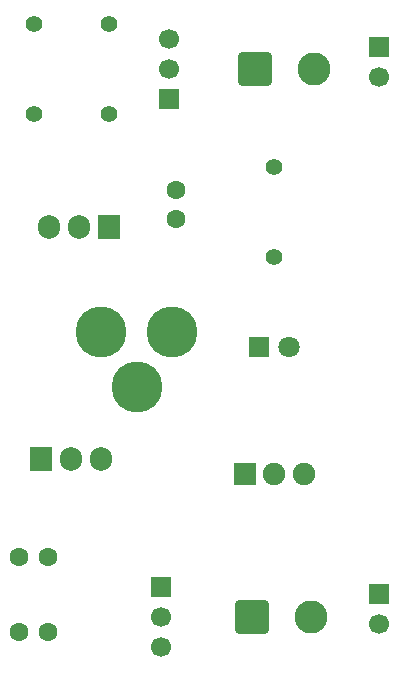
<source format=gts>
%TF.GenerationSoftware,KiCad,Pcbnew,9.0.6-9.0.6~ubuntu24.04.1*%
%TF.CreationDate,2025-11-30T14:47:38-06:00*%
%TF.ProjectId,breadboard_power_supply,62726561-6462-46f6-9172-645f706f7765,Version 1*%
%TF.SameCoordinates,Original*%
%TF.FileFunction,Soldermask,Top*%
%TF.FilePolarity,Negative*%
%FSLAX46Y46*%
G04 Gerber Fmt 4.6, Leading zero omitted, Abs format (unit mm)*
G04 Created by KiCad (PCBNEW 9.0.6-9.0.6~ubuntu24.04.1) date 2025-11-30 14:47:38*
%MOMM*%
%LPD*%
G01*
G04 APERTURE LIST*
G04 Aperture macros list*
%AMRoundRect*
0 Rectangle with rounded corners*
0 $1 Rounding radius*
0 $2 $3 $4 $5 $6 $7 $8 $9 X,Y pos of 4 corners*
0 Add a 4 corners polygon primitive as box body*
4,1,4,$2,$3,$4,$5,$6,$7,$8,$9,$2,$3,0*
0 Add four circle primitives for the rounded corners*
1,1,$1+$1,$2,$3*
1,1,$1+$1,$4,$5*
1,1,$1+$1,$6,$7*
1,1,$1+$1,$8,$9*
0 Add four rect primitives between the rounded corners*
20,1,$1+$1,$2,$3,$4,$5,0*
20,1,$1+$1,$4,$5,$6,$7,0*
20,1,$1+$1,$6,$7,$8,$9,0*
20,1,$1+$1,$8,$9,$2,$3,0*%
G04 Aperture macros list end*
%ADD10R,1.700000X1.700000*%
%ADD11C,1.700000*%
%ADD12C,1.600000*%
%ADD13C,1.400000*%
%ADD14R,1.900000X1.900000*%
%ADD15C,1.900000*%
%ADD16R,1.800000X1.800000*%
%ADD17C,1.800000*%
%ADD18R,1.905000X2.000000*%
%ADD19O,1.905000X2.000000*%
%ADD20RoundRect,0.250001X-1.149999X-1.149999X1.149999X-1.149999X1.149999X1.149999X-1.149999X1.149999X0*%
%ADD21C,2.800000*%
%ADD22C,4.318000*%
G04 APERTURE END LIST*
D10*
%TO.C,J3*%
X189230000Y-125730000D03*
D11*
X189230000Y-128270000D03*
X189230000Y-130810000D03*
%TD*%
D12*
%TO.C,C3*%
X177185000Y-129540000D03*
X179685000Y-129540000D03*
%TD*%
D13*
%TO.C,R2*%
X184785000Y-78105000D03*
X184785000Y-85725000D03*
%TD*%
D14*
%TO.C,S1*%
X196295000Y-116205000D03*
D15*
X198795000Y-116205000D03*
X201295000Y-116205000D03*
%TD*%
D10*
%TO.C,J1*%
X207645000Y-80010000D03*
D11*
X207645000Y-82550000D03*
%TD*%
D16*
%TO.C,D1*%
X197485000Y-105410000D03*
D17*
X200025000Y-105410000D03*
%TD*%
D18*
%TO.C,U3*%
X184785000Y-95250000D03*
D19*
X182245000Y-95250000D03*
X179705000Y-95250000D03*
%TD*%
D12*
%TO.C,C1*%
X177185000Y-123190000D03*
X179685000Y-123190000D03*
%TD*%
D10*
%TO.C,J2*%
X207645000Y-126365000D03*
D11*
X207645000Y-128905000D03*
%TD*%
D10*
%TO.C,J4*%
X189865000Y-84455000D03*
D11*
X189865000Y-81915000D03*
X189865000Y-79375000D03*
%TD*%
D13*
%TO.C,R3*%
X178435000Y-85725000D03*
X178435000Y-78105000D03*
%TD*%
D20*
%TO.C,J7*%
X196930000Y-128270000D03*
D21*
X201930000Y-128270000D03*
%TD*%
D12*
%TO.C,C2*%
X190500000Y-94595000D03*
X190500000Y-92095000D03*
%TD*%
D18*
%TO.C,U2*%
X179070000Y-114935000D03*
D19*
X181610000Y-114935000D03*
X184150000Y-114935000D03*
%TD*%
D20*
%TO.C,J5*%
X197140000Y-81882500D03*
D21*
X202140000Y-81882500D03*
%TD*%
D13*
%TO.C,R1*%
X198755000Y-90170000D03*
X198755000Y-97790000D03*
%TD*%
D22*
%TO.C,J6*%
X190150000Y-104140000D03*
X184150000Y-104140000D03*
X187150000Y-108840000D03*
%TD*%
M02*

</source>
